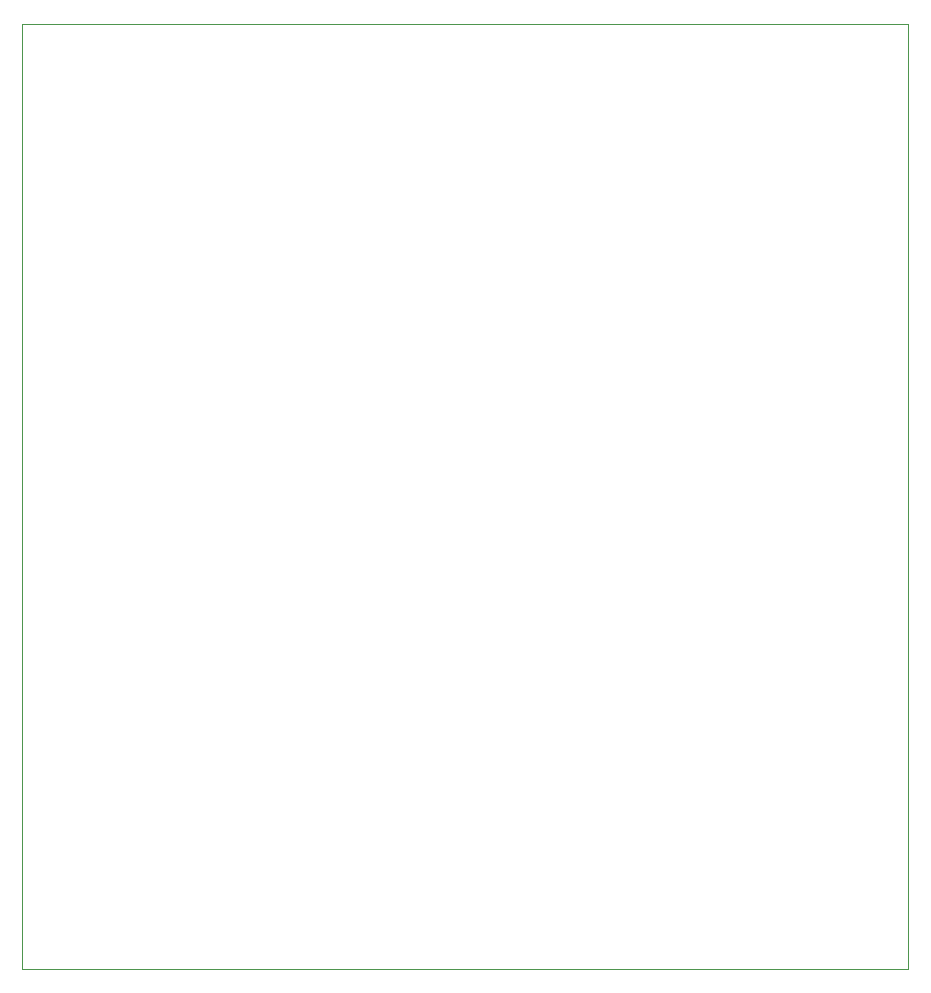
<source format=gbr>
%TF.GenerationSoftware,KiCad,Pcbnew,8.0.9-8.0.9-0~ubuntu22.04.1*%
%TF.CreationDate,2025-03-14T09:47:13+01:00*%
%TF.ProjectId,PROJECTE_MISE,50524f4a-4543-4544-955f-4d4953452e6b,12/03/25*%
%TF.SameCoordinates,Original*%
%TF.FileFunction,Profile,NP*%
%FSLAX46Y46*%
G04 Gerber Fmt 4.6, Leading zero omitted, Abs format (unit mm)*
G04 Created by KiCad (PCBNEW 8.0.9-8.0.9-0~ubuntu22.04.1) date 2025-03-14 09:47:13*
%MOMM*%
%LPD*%
G01*
G04 APERTURE LIST*
%TA.AperFunction,Profile*%
%ADD10C,0.050000*%
%TD*%
G04 APERTURE END LIST*
D10*
X144000000Y-59500000D02*
X144000000Y-139500000D01*
X144000000Y-139500000D02*
X69000000Y-139500000D01*
X69000000Y-59500000D02*
X144000000Y-59500000D01*
X69000000Y-139500000D02*
X69000000Y-59500000D01*
M02*

</source>
